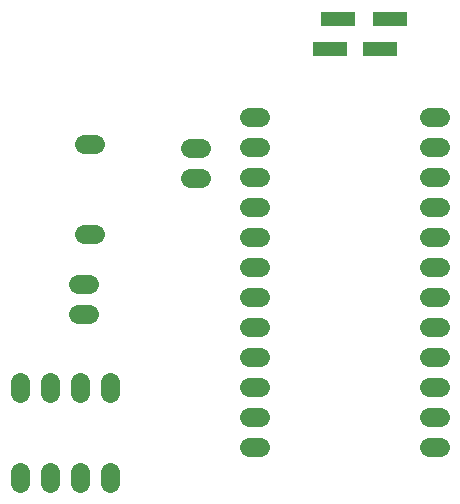
<source format=gbl>
G04 ---------------------------- Layer name :BOTTOM LAYER*
G04 EasyEDA v5.8.22, Sun, 09 Dec 2018 21:39:12 GMT*
G04 2c5bf0bc6ca0461b88a5c6b9ef220c93*
G04 Gerber Generator version 0.2*
G04 Scale: 100 percent, Rotated: No, Reflected: No *
G04 Dimensions in millimeters *
G04 leading zeros omitted , absolute positions ,3 integer and 3 decimal *
%FSLAX33Y33*%
%MOMM*%
G90*
G71D02*

%ADD12R,2.999994X1.199998*%
%ADD13C,1.599997*%
%ADD14C,1.600200*%

%LPD*%
G54D12*
G01X33527Y43579D03*
G01X34328Y46179D03*
G01X29225Y43581D03*
G01X29927Y46179D03*
G54D13*
G01X3047Y14535D02*
G01X3047Y15435D01*
G01X5587Y14535D02*
G01X5587Y15435D01*
G01X8127Y14535D02*
G01X8127Y15435D01*
G01X10667Y14535D02*
G01X10667Y15435D01*
G01X10667Y6915D02*
G01X10667Y7815D01*
G01X8127Y6915D02*
G01X8127Y7815D01*
G01X5587Y6915D02*
G01X5587Y7815D01*
G01X3047Y6915D02*
G01X3047Y7815D01*
G54D14*
G01X37655Y9905D02*
G01X38544Y9905D01*
G01X37655Y12445D02*
G01X38544Y12445D01*
G01X37655Y14985D02*
G01X38544Y14985D01*
G01X37655Y17525D02*
G01X38544Y17525D01*
G01X37655Y20065D02*
G01X38544Y20065D01*
G01X37655Y22605D02*
G01X38544Y22605D01*
G01X37655Y25145D02*
G01X38544Y25145D01*
G01X37655Y27685D02*
G01X38544Y27685D01*
G01X37655Y30225D02*
G01X38544Y30225D01*
G01X37655Y32765D02*
G01X38544Y32765D01*
G01X37655Y35305D02*
G01X38544Y35305D01*
G01X37655Y37845D02*
G01X38544Y37845D01*
G01X23304Y37845D02*
G01X22415Y37845D01*
G01X23304Y35305D02*
G01X22415Y35305D01*
G01X23304Y32765D02*
G01X22415Y32765D01*
G01X23304Y30225D02*
G01X22415Y30225D01*
G01X23304Y27685D02*
G01X22415Y27685D01*
G01X23304Y25145D02*
G01X22415Y25145D01*
G01X23304Y22605D02*
G01X22415Y22605D01*
G01X23304Y20065D02*
G01X22415Y20065D01*
G01X23304Y17525D02*
G01X22415Y17525D01*
G01X23304Y14985D02*
G01X22415Y14985D01*
G01X23304Y12445D02*
G01X22415Y12445D01*
G01X23304Y9905D02*
G01X22415Y9905D01*
G54D13*
G01X17406Y32740D02*
G01X18306Y32740D01*
G01X17406Y35280D02*
G01X18306Y35280D01*
G01X8831Y21178D02*
G01X7931Y21178D01*
G01X8831Y23718D02*
G01X7931Y23718D01*
G01X8439Y27939D02*
G01X9339Y27939D01*
G01X8439Y35559D02*
G01X9339Y35559D01*
M00*
M02*

</source>
